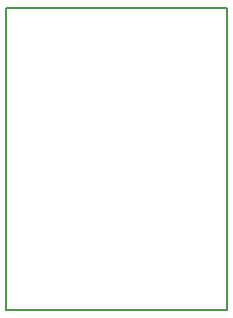
<source format=gm1>
G04 #@! TF.FileFunction,Profile,NP*
%FSLAX46Y46*%
G04 Gerber Fmt 4.6, Leading zero omitted, Abs format (unit mm)*
G04 Created by KiCad (PCBNEW 4.0.7) date 03/06/18 22:45:02*
%MOMM*%
%LPD*%
G01*
G04 APERTURE LIST*
%ADD10C,0.100000*%
%ADD11C,0.150000*%
G04 APERTURE END LIST*
D10*
D11*
X136906000Y-111379000D02*
X137414000Y-111379000D01*
X136906000Y-85852000D02*
X136906000Y-111379000D01*
X137414000Y-85852000D02*
X136906000Y-85852000D01*
X137414000Y-111379000D02*
X146431000Y-111379000D01*
X155575000Y-85852000D02*
X137414000Y-85852000D01*
X155575000Y-111379000D02*
X155575000Y-85852000D01*
X146431000Y-111379000D02*
X155575000Y-111379000D01*
M02*

</source>
